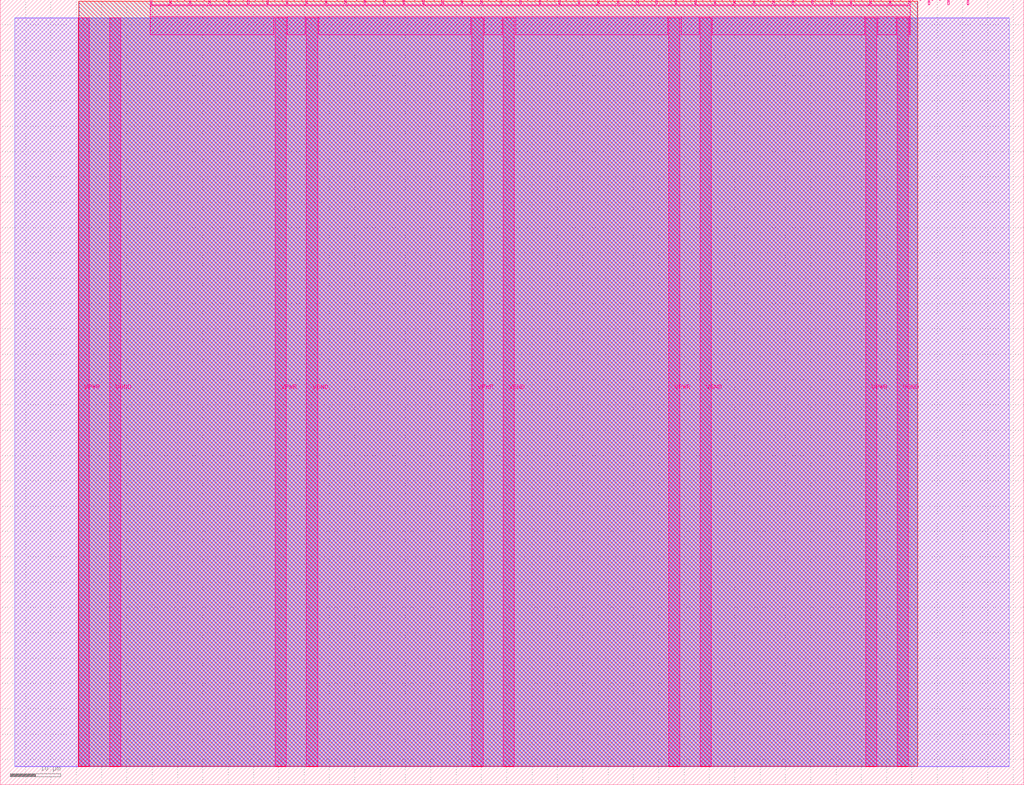
<source format=lef>
VERSION 5.7 ;
  NOWIREEXTENSIONATPIN ON ;
  DIVIDERCHAR "/" ;
  BUSBITCHARS "[]" ;
MACRO tt_um_test_chip_pius
  CLASS BLOCK ;
  FOREIGN tt_um_test_chip_pius ;
  ORIGIN 0.000 0.000 ;
  SIZE 202.080 BY 154.980 ;
  PIN VGND
    DIRECTION INOUT ;
    USE GROUND ;
    PORT
      LAYER Metal5 ;
        RECT 21.580 3.560 23.780 151.420 ;
    END
    PORT
      LAYER Metal5 ;
        RECT 60.450 3.560 62.650 151.420 ;
    END
    PORT
      LAYER Metal5 ;
        RECT 99.320 3.560 101.520 151.420 ;
    END
    PORT
      LAYER Metal5 ;
        RECT 138.190 3.560 140.390 151.420 ;
    END
    PORT
      LAYER Metal5 ;
        RECT 177.060 3.560 179.260 151.420 ;
    END
  END VGND
  PIN VPWR
    DIRECTION INOUT ;
    USE POWER ;
    PORT
      LAYER Metal5 ;
        RECT 15.380 3.560 17.580 151.420 ;
    END
    PORT
      LAYER Metal5 ;
        RECT 54.250 3.560 56.450 151.420 ;
    END
    PORT
      LAYER Metal5 ;
        RECT 93.120 3.560 95.320 151.420 ;
    END
    PORT
      LAYER Metal5 ;
        RECT 131.990 3.560 134.190 151.420 ;
    END
    PORT
      LAYER Metal5 ;
        RECT 170.860 3.560 173.060 151.420 ;
    END
  END VPWR
  PIN clk
    DIRECTION INPUT ;
    USE SIGNAL ;
    PORT
      LAYER Metal5 ;
        RECT 187.050 153.980 187.350 154.980 ;
    END
  END clk
  PIN ena
    DIRECTION INPUT ;
    USE SIGNAL ;
    PORT
      LAYER Metal5 ;
        RECT 190.890 153.980 191.190 154.980 ;
    END
  END ena
  PIN rst_n
    DIRECTION INPUT ;
    USE SIGNAL ;
    PORT
      LAYER Metal5 ;
        RECT 183.210 153.980 183.510 154.980 ;
    END
  END rst_n
  PIN ui_in[0]
    DIRECTION INPUT ;
    USE SIGNAL ;
    ANTENNAGATEAREA 0.180700 ;
    PORT
      LAYER Metal5 ;
        RECT 179.370 153.980 179.670 154.980 ;
    END
  END ui_in[0]
  PIN ui_in[1]
    DIRECTION INPUT ;
    USE SIGNAL ;
    ANTENNAGATEAREA 0.180700 ;
    PORT
      LAYER Metal5 ;
        RECT 175.530 153.980 175.830 154.980 ;
    END
  END ui_in[1]
  PIN ui_in[2]
    DIRECTION INPUT ;
    USE SIGNAL ;
    PORT
      LAYER Metal5 ;
        RECT 171.690 153.980 171.990 154.980 ;
    END
  END ui_in[2]
  PIN ui_in[3]
    DIRECTION INPUT ;
    USE SIGNAL ;
    PORT
      LAYER Metal5 ;
        RECT 167.850 153.980 168.150 154.980 ;
    END
  END ui_in[3]
  PIN ui_in[4]
    DIRECTION INPUT ;
    USE SIGNAL ;
    PORT
      LAYER Metal5 ;
        RECT 164.010 153.980 164.310 154.980 ;
    END
  END ui_in[4]
  PIN ui_in[5]
    DIRECTION INPUT ;
    USE SIGNAL ;
    PORT
      LAYER Metal5 ;
        RECT 160.170 153.980 160.470 154.980 ;
    END
  END ui_in[5]
  PIN ui_in[6]
    DIRECTION INPUT ;
    USE SIGNAL ;
    PORT
      LAYER Metal5 ;
        RECT 156.330 153.980 156.630 154.980 ;
    END
  END ui_in[6]
  PIN ui_in[7]
    DIRECTION INPUT ;
    USE SIGNAL ;
    PORT
      LAYER Metal5 ;
        RECT 152.490 153.980 152.790 154.980 ;
    END
  END ui_in[7]
  PIN uio_in[0]
    DIRECTION INPUT ;
    USE SIGNAL ;
    PORT
      LAYER Metal5 ;
        RECT 148.650 153.980 148.950 154.980 ;
    END
  END uio_in[0]
  PIN uio_in[1]
    DIRECTION INPUT ;
    USE SIGNAL ;
    PORT
      LAYER Metal5 ;
        RECT 144.810 153.980 145.110 154.980 ;
    END
  END uio_in[1]
  PIN uio_in[2]
    DIRECTION INPUT ;
    USE SIGNAL ;
    PORT
      LAYER Metal5 ;
        RECT 140.970 153.980 141.270 154.980 ;
    END
  END uio_in[2]
  PIN uio_in[3]
    DIRECTION INPUT ;
    USE SIGNAL ;
    PORT
      LAYER Metal5 ;
        RECT 137.130 153.980 137.430 154.980 ;
    END
  END uio_in[3]
  PIN uio_in[4]
    DIRECTION INPUT ;
    USE SIGNAL ;
    PORT
      LAYER Metal5 ;
        RECT 133.290 153.980 133.590 154.980 ;
    END
  END uio_in[4]
  PIN uio_in[5]
    DIRECTION INPUT ;
    USE SIGNAL ;
    PORT
      LAYER Metal5 ;
        RECT 129.450 153.980 129.750 154.980 ;
    END
  END uio_in[5]
  PIN uio_in[6]
    DIRECTION INPUT ;
    USE SIGNAL ;
    PORT
      LAYER Metal5 ;
        RECT 125.610 153.980 125.910 154.980 ;
    END
  END uio_in[6]
  PIN uio_in[7]
    DIRECTION INPUT ;
    USE SIGNAL ;
    PORT
      LAYER Metal5 ;
        RECT 121.770 153.980 122.070 154.980 ;
    END
  END uio_in[7]
  PIN uio_oe[0]
    DIRECTION OUTPUT ;
    USE SIGNAL ;
    ANTENNADIFFAREA 0.299200 ;
    PORT
      LAYER Metal5 ;
        RECT 56.490 153.980 56.790 154.980 ;
    END
  END uio_oe[0]
  PIN uio_oe[1]
    DIRECTION OUTPUT ;
    USE SIGNAL ;
    ANTENNADIFFAREA 0.299200 ;
    PORT
      LAYER Metal5 ;
        RECT 52.650 153.980 52.950 154.980 ;
    END
  END uio_oe[1]
  PIN uio_oe[2]
    DIRECTION OUTPUT ;
    USE SIGNAL ;
    ANTENNADIFFAREA 0.299200 ;
    PORT
      LAYER Metal5 ;
        RECT 48.810 153.980 49.110 154.980 ;
    END
  END uio_oe[2]
  PIN uio_oe[3]
    DIRECTION OUTPUT ;
    USE SIGNAL ;
    ANTENNADIFFAREA 0.299200 ;
    PORT
      LAYER Metal5 ;
        RECT 44.970 153.980 45.270 154.980 ;
    END
  END uio_oe[3]
  PIN uio_oe[4]
    DIRECTION OUTPUT ;
    USE SIGNAL ;
    ANTENNADIFFAREA 0.299200 ;
    PORT
      LAYER Metal5 ;
        RECT 41.130 153.980 41.430 154.980 ;
    END
  END uio_oe[4]
  PIN uio_oe[5]
    DIRECTION OUTPUT ;
    USE SIGNAL ;
    ANTENNADIFFAREA 0.299200 ;
    PORT
      LAYER Metal5 ;
        RECT 37.290 153.980 37.590 154.980 ;
    END
  END uio_oe[5]
  PIN uio_oe[6]
    DIRECTION OUTPUT ;
    USE SIGNAL ;
    ANTENNADIFFAREA 0.299200 ;
    PORT
      LAYER Metal5 ;
        RECT 33.450 153.980 33.750 154.980 ;
    END
  END uio_oe[6]
  PIN uio_oe[7]
    DIRECTION OUTPUT ;
    USE SIGNAL ;
    ANTENNADIFFAREA 0.299200 ;
    PORT
      LAYER Metal5 ;
        RECT 29.610 153.980 29.910 154.980 ;
    END
  END uio_oe[7]
  PIN uio_out[0]
    DIRECTION OUTPUT ;
    USE SIGNAL ;
    ANTENNADIFFAREA 0.299200 ;
    PORT
      LAYER Metal5 ;
        RECT 87.210 153.980 87.510 154.980 ;
    END
  END uio_out[0]
  PIN uio_out[1]
    DIRECTION OUTPUT ;
    USE SIGNAL ;
    ANTENNADIFFAREA 0.299200 ;
    PORT
      LAYER Metal5 ;
        RECT 83.370 153.980 83.670 154.980 ;
    END
  END uio_out[1]
  PIN uio_out[2]
    DIRECTION OUTPUT ;
    USE SIGNAL ;
    ANTENNADIFFAREA 0.299200 ;
    PORT
      LAYER Metal5 ;
        RECT 79.530 153.980 79.830 154.980 ;
    END
  END uio_out[2]
  PIN uio_out[3]
    DIRECTION OUTPUT ;
    USE SIGNAL ;
    ANTENNADIFFAREA 0.299200 ;
    PORT
      LAYER Metal5 ;
        RECT 75.690 153.980 75.990 154.980 ;
    END
  END uio_out[3]
  PIN uio_out[4]
    DIRECTION OUTPUT ;
    USE SIGNAL ;
    ANTENNADIFFAREA 0.299200 ;
    PORT
      LAYER Metal5 ;
        RECT 71.850 153.980 72.150 154.980 ;
    END
  END uio_out[4]
  PIN uio_out[5]
    DIRECTION OUTPUT ;
    USE SIGNAL ;
    ANTENNADIFFAREA 0.299200 ;
    PORT
      LAYER Metal5 ;
        RECT 68.010 153.980 68.310 154.980 ;
    END
  END uio_out[5]
  PIN uio_out[6]
    DIRECTION OUTPUT ;
    USE SIGNAL ;
    ANTENNADIFFAREA 0.299200 ;
    PORT
      LAYER Metal5 ;
        RECT 64.170 153.980 64.470 154.980 ;
    END
  END uio_out[6]
  PIN uio_out[7]
    DIRECTION OUTPUT ;
    USE SIGNAL ;
    ANTENNADIFFAREA 0.299200 ;
    PORT
      LAYER Metal5 ;
        RECT 60.330 153.980 60.630 154.980 ;
    END
  END uio_out[7]
  PIN uo_out[0]
    DIRECTION OUTPUT ;
    USE SIGNAL ;
    ANTENNADIFFAREA 0.649200 ;
    PORT
      LAYER Metal5 ;
        RECT 117.930 153.980 118.230 154.980 ;
    END
  END uo_out[0]
  PIN uo_out[1]
    DIRECTION OUTPUT ;
    USE SIGNAL ;
    ANTENNADIFFAREA 0.299200 ;
    PORT
      LAYER Metal5 ;
        RECT 114.090 153.980 114.390 154.980 ;
    END
  END uo_out[1]
  PIN uo_out[2]
    DIRECTION OUTPUT ;
    USE SIGNAL ;
    ANTENNADIFFAREA 0.299200 ;
    PORT
      LAYER Metal5 ;
        RECT 110.250 153.980 110.550 154.980 ;
    END
  END uo_out[2]
  PIN uo_out[3]
    DIRECTION OUTPUT ;
    USE SIGNAL ;
    ANTENNADIFFAREA 0.299200 ;
    PORT
      LAYER Metal5 ;
        RECT 106.410 153.980 106.710 154.980 ;
    END
  END uo_out[3]
  PIN uo_out[4]
    DIRECTION OUTPUT ;
    USE SIGNAL ;
    ANTENNADIFFAREA 0.299200 ;
    PORT
      LAYER Metal5 ;
        RECT 102.570 153.980 102.870 154.980 ;
    END
  END uo_out[4]
  PIN uo_out[5]
    DIRECTION OUTPUT ;
    USE SIGNAL ;
    ANTENNADIFFAREA 0.299200 ;
    PORT
      LAYER Metal5 ;
        RECT 98.730 153.980 99.030 154.980 ;
    END
  END uo_out[5]
  PIN uo_out[6]
    DIRECTION OUTPUT ;
    USE SIGNAL ;
    ANTENNADIFFAREA 0.299200 ;
    PORT
      LAYER Metal5 ;
        RECT 94.890 153.980 95.190 154.980 ;
    END
  END uo_out[6]
  PIN uo_out[7]
    DIRECTION OUTPUT ;
    USE SIGNAL ;
    ANTENNADIFFAREA 0.299200 ;
    PORT
      LAYER Metal5 ;
        RECT 91.050 153.980 91.350 154.980 ;
    END
  END uo_out[7]
  OBS
      LAYER GatPoly ;
        RECT 2.880 3.630 199.200 151.350 ;
      LAYER Metal1 ;
        RECT 2.880 3.560 199.200 151.420 ;
      LAYER Metal2 ;
        RECT 15.515 3.680 181.105 151.300 ;
      LAYER Metal3 ;
        RECT 15.560 3.635 181.060 154.705 ;
      LAYER Metal4 ;
        RECT 15.515 3.680 181.105 154.660 ;
      LAYER Metal5 ;
        RECT 30.120 153.770 33.240 153.980 ;
        RECT 33.960 153.770 37.080 153.980 ;
        RECT 37.800 153.770 40.920 153.980 ;
        RECT 41.640 153.770 44.760 153.980 ;
        RECT 45.480 153.770 48.600 153.980 ;
        RECT 49.320 153.770 52.440 153.980 ;
        RECT 53.160 153.770 56.280 153.980 ;
        RECT 57.000 153.770 60.120 153.980 ;
        RECT 60.840 153.770 63.960 153.980 ;
        RECT 64.680 153.770 67.800 153.980 ;
        RECT 68.520 153.770 71.640 153.980 ;
        RECT 72.360 153.770 75.480 153.980 ;
        RECT 76.200 153.770 79.320 153.980 ;
        RECT 80.040 153.770 83.160 153.980 ;
        RECT 83.880 153.770 87.000 153.980 ;
        RECT 87.720 153.770 90.840 153.980 ;
        RECT 91.560 153.770 94.680 153.980 ;
        RECT 95.400 153.770 98.520 153.980 ;
        RECT 99.240 153.770 102.360 153.980 ;
        RECT 103.080 153.770 106.200 153.980 ;
        RECT 106.920 153.770 110.040 153.980 ;
        RECT 110.760 153.770 113.880 153.980 ;
        RECT 114.600 153.770 117.720 153.980 ;
        RECT 118.440 153.770 121.560 153.980 ;
        RECT 122.280 153.770 125.400 153.980 ;
        RECT 126.120 153.770 129.240 153.980 ;
        RECT 129.960 153.770 133.080 153.980 ;
        RECT 133.800 153.770 136.920 153.980 ;
        RECT 137.640 153.770 140.760 153.980 ;
        RECT 141.480 153.770 144.600 153.980 ;
        RECT 145.320 153.770 148.440 153.980 ;
        RECT 149.160 153.770 152.280 153.980 ;
        RECT 153.000 153.770 156.120 153.980 ;
        RECT 156.840 153.770 159.960 153.980 ;
        RECT 160.680 153.770 163.800 153.980 ;
        RECT 164.520 153.770 167.640 153.980 ;
        RECT 168.360 153.770 171.480 153.980 ;
        RECT 172.200 153.770 175.320 153.980 ;
        RECT 176.040 153.770 179.160 153.980 ;
        RECT 29.660 151.630 179.620 153.770 ;
        RECT 29.660 148.115 54.040 151.630 ;
        RECT 56.660 148.115 60.240 151.630 ;
        RECT 62.860 148.115 92.910 151.630 ;
        RECT 95.530 148.115 99.110 151.630 ;
        RECT 101.730 148.115 131.780 151.630 ;
        RECT 134.400 148.115 137.980 151.630 ;
        RECT 140.600 148.115 170.650 151.630 ;
        RECT 173.270 148.115 176.850 151.630 ;
        RECT 179.470 148.115 179.620 151.630 ;
  END
END tt_um_test_chip_pius
END LIBRARY


</source>
